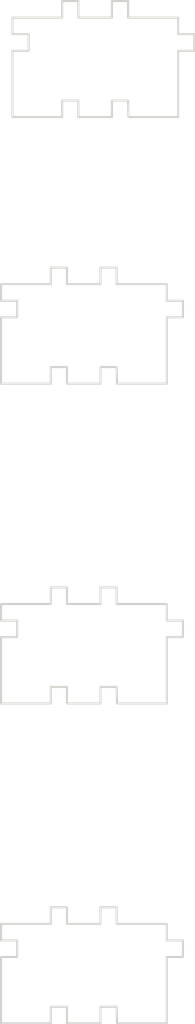
<source format=kicad_pcb>
(kicad_pcb (version 20211014) (generator pcbnew)

  (general
    (thickness 1.6)
  )

  (paper "A4")
  (layers
    (0 "F.Cu" signal)
    (31 "B.Cu" signal)
    (32 "B.Adhes" user "B.Adhesive")
    (33 "F.Adhes" user "F.Adhesive")
    (34 "B.Paste" user)
    (35 "F.Paste" user)
    (36 "B.SilkS" user "B.Silkscreen")
    (37 "F.SilkS" user "F.Silkscreen")
    (38 "B.Mask" user)
    (39 "F.Mask" user)
    (40 "Dwgs.User" user "User.Drawings")
    (41 "Cmts.User" user "User.Comments")
    (42 "Eco1.User" user "User.Eco1")
    (43 "Eco2.User" user "User.Eco2")
    (44 "Edge.Cuts" user)
    (45 "Margin" user)
    (46 "B.CrtYd" user "B.Courtyard")
    (47 "F.CrtYd" user "F.Courtyard")
    (48 "B.Fab" user)
    (49 "F.Fab" user)
    (50 "User.1" user)
    (51 "User.2" user)
    (52 "User.3" user)
    (53 "User.4" user)
    (54 "User.5" user)
    (55 "User.6" user)
    (56 "User.7" user)
    (57 "User.8" user)
    (58 "User.9" user)
  )

  (setup
    (pad_to_mask_clearance 0)
    (pcbplotparams
      (layerselection 0x0001100_7ffffffe)
      (disableapertmacros false)
      (usegerberextensions false)
      (usegerberattributes true)
      (usegerberadvancedattributes true)
      (creategerberjobfile true)
      (svguseinch false)
      (svgprecision 6)
      (excludeedgelayer true)
      (plotframeref false)
      (viasonmask false)
      (mode 1)
      (useauxorigin false)
      (hpglpennumber 1)
      (hpglpenspeed 20)
      (hpglpendiameter 15.000000)
      (dxfpolygonmode true)
      (dxfimperialunits true)
      (dxfusepcbnewfont true)
      (psnegative false)
      (psa4output false)
      (plotreference true)
      (plotvalue true)
      (plotinvisibletext false)
      (sketchpadsonfab false)
      (subtractmaskfromsilk false)
      (outputformat 1)
      (mirror false)
      (drillshape 0)
      (scaleselection 1)
      (outputdirectory "")
    )
  )

  (net 0 "")

  (gr_line (start 38.1 46.85) (end 38.1 46.06) (layer "Edge.Cuts") (width 0.1) (tstamp 03446c35-4f18-4626-b4f8-8c56bbc74178))
  (gr_line (start 32.57 50.01) (end 33.34 50.01) (layer "Edge.Cuts") (width 0.1) (tstamp 042958a2-a171-4625-bed7-dbc0b76b00b5))
  (gr_line (start 30.2 61.3) (end 30.2 62.09) (layer "Edge.Cuts") (width 0.1) (tstamp 048a3f0f-41b4-426f-8419-850d87dae332))
  (gr_line (start 38.645 34.94) (end 39.415 34.94) (layer "Edge.Cuts") (width 0.1) (tstamp 0613d142-dd65-4cee-b98c-50150596745c))
  (gr_line (start 30.745 34.15) (end 31.515 34.15) (layer "Edge.Cuts") (width 0.1) (tstamp 0bf542b8-2c2b-4c8e-becf-153949086df2))
  (gr_line (start 32.57 45.27) (end 32.57 46.06) (layer "Edge.Cuts") (width 0.1) (tstamp 0c6b0f93-8f24-4f3e-9713-9cfcdf4c3216))
  (gr_line (start 38.87 62.09) (end 38.1 62.09) (layer "Edge.Cuts") (width 0.1) (tstamp 139f5296-2b47-4acf-9090-2c4d91a22519))
  (gr_line (start 38.87 77.33) (end 38.1 77.33) (layer "Edge.Cuts") (width 0.1) (tstamp 151686ee-4007-41ed-ba0b-fc21446c6244))
  (gr_line (start 38.1 46.06) (end 35.71 46.06) (layer "Edge.Cuts") (width 0.1) (tstamp 16ced261-b48c-4aed-8bf0-9f00c0c5418b))
  (gr_line (start 30.2 62.88) (end 30.2 66.04) (layer "Edge.Cuts") (width 0.1) (tstamp 1964dd5b-3594-4db9-89fd-f1de84d6adce))
  (gr_line (start 32.57 66.04) (end 32.57 65.25) (layer "Edge.Cuts") (width 0.1) (tstamp 1b1357b5-1df5-4438-811c-1833cbb0a035))
  (gr_line (start 34.94 50.8) (end 34.94 50.01) (layer "Edge.Cuts") (width 0.1) (tstamp 1b3f77f2-47fd-4660-a5eb-cbee31101a50))
  (gr_line (start 33.34 61.3) (end 33.34 60.51) (layer "Edge.Cuts") (width 0.1) (tstamp 20d3fd48-4332-4d5e-a4fb-20ee912307e3))
  (gr_line (start 33.34 81.28) (end 34.94 81.28) (layer "Edge.Cuts") (width 0.1) (tstamp 227d10a9-37e3-476a-83e3-4a7a2c98fd2f))
  (gr_line (start 38.1 76.54) (end 35.71 76.54) (layer "Edge.Cuts") (width 0.1) (tstamp 23c75eb6-ef8b-4c20-a590-39458332a353))
  (gr_line (start 32.57 60.51) (end 32.57 61.3) (layer "Edge.Cuts") (width 0.1) (tstamp 23efbd21-3ab0-420c-8ebc-8cdee5965718))
  (gr_line (start 38.1 47.64) (end 38.87 47.64) (layer "Edge.Cuts") (width 0.1) (tstamp 28269103-6dba-45f2-8099-ecaae25a4f71))
  (gr_line (start 33.34 46.06) (end 33.34 45.27) (layer "Edge.Cuts") (width 0.1) (tstamp 28da6d9c-d119-49bf-95d3-8b68e2b7c32c))
  (gr_line (start 32.57 46.06) (end 30.2 46.06) (layer "Edge.Cuts") (width 0.1) (tstamp 2ad6c183-2a83-43c5-af76-47e0e15a1f3c))
  (gr_line (start 32.57 81.28) (end 32.57 80.49) (layer "Edge.Cuts") (width 0.1) (tstamp 2caaaf41-2b7b-450c-8a8f-8e5a74dfca8c))
  (gr_line (start 38.1 61.3) (end 35.71 61.3) (layer "Edge.Cuts") (width 0.1) (tstamp 2e265f09-28f7-4c4b-b7f1-40aa9002f696))
  (gr_line (start 38.87 47.64) (end 38.87 46.85) (layer "Edge.Cuts") (width 0.1) (tstamp 2facc589-7707-48aa-a5cb-69d8e32a38f2))
  (gr_line (start 38.1 62.09) (end 38.1 61.3) (layer "Edge.Cuts") (width 0.1) (tstamp 322cc6f2-bed1-4332-90c0-877c7127dda6))
  (gr_line (start 33.34 50.8) (end 34.94 50.8) (layer "Edge.Cuts") (width 0.1) (tstamp 354369b2-92b9-48ea-beb0-666514ced9a7))
  (gr_line (start 32.57 75.75) (end 32.57 76.54) (layer "Edge.Cuts") (width 0.1) (tstamp 35ea10e1-6a22-41f5-8855-882df29f558f))
  (gr_line (start 34.94 66.04) (end 34.94 65.25) (layer "Edge.Cuts") (width 0.1) (tstamp 3b773783-4cbc-466b-9072-017907e8a3a4))
  (gr_line (start 38.87 46.85) (end 38.1 46.85) (layer "Edge.Cuts") (width 0.1) (tstamp 3f744c02-654b-4590-943d-c4f8d56af4aa))
  (gr_line (start 30.97 46.85) (end 30.97 47.64) (layer "Edge.Cuts") (width 0.1) (tstamp 403c06cc-d2a8-43da-86fa-29af9473f32f))
  (gr_line (start 39.415 34.94) (end 39.415 34.15) (layer "Edge.Cuts") (width 0.1) (tstamp 41bbf9cd-1b9a-44fa-a746-7799411e7a4e))
  (gr_line (start 34.94 45.27) (end 34.94 46.06) (layer "Edge.Cuts") (width 0.1) (tstamp 41f8391c-06c0-4117-96fa-de453a29156a))
  (gr_line (start 30.97 62.09) (end 30.97 62.88) (layer "Edge.Cuts") (width 0.1) (tstamp 428b71bb-e42a-4702-8b70-8c3bcd5f4eca))
  (gr_line (start 30.2 77.33) (end 30.97 77.33) (layer "Edge.Cuts") (width 0.1) (tstamp 48921f1a-7f0a-4392-b07d-1c31239336c6))
  (gr_line (start 34.94 65.25) (end 35.71 65.25) (layer "Edge.Cuts") (width 0.1) (tstamp 4b87a552-4d17-472a-9521-842669fc02de))
  (gr_line (start 35.71 80.49) (end 35.73 81.28) (layer "Edge.Cuts") (width 0.1) (tstamp 506ee34f-98b5-4bf5-93cb-fca4c0537d1d))
  (gr_line (start 35.485 32.57) (end 35.485 33.36) (layer "Edge.Cuts") (width 0.1) (tstamp 51507ecd-96d2-4369-bd69-5b0c68ed9fab))
  (gr_line (start 35.73 66.04) (end 38.1 66.04) (layer "Edge.Cuts") (width 0.1) (tstamp 51b59c7c-cbbe-4f85-84d9-4bd070b10b02))
  (gr_line (start 38.1 78.12) (end 38.87 78.12) (layer "Edge.Cuts") (width 0.1) (tstamp 538b8ab7-bfa4-48e5-bb53-5c7e4f6650a2))
  (gr_line (start 32.57 80.49) (end 33.34 80.49) (layer "Edge.Cuts") (width 0.1) (tstamp 55e0dd35-44c8-4de6-af12-39f1bc41e774))
  (gr_line (start 30.2 47.64) (end 30.2 50.8) (layer "Edge.Cuts") (width 0.1) (tstamp 5776bc2d-f447-4021-8a68-48409e44c6a5))
  (gr_line (start 33.115 38.1) (end 33.115 37.31) (layer "Edge.Cuts") (width 0.1) (tstamp 59e5347e-b0aa-4cef-aa7c-6b24dd596b5d))
  (gr_line (start 35.485 38.1) (end 35.485 37.31) (layer "Edge.Cuts") (width 0.1) (tstamp 5cc16203-8f44-4407-8b80-cf75ed09e192))
  (gr_line (start 38.645 38.1) (end 38.645 34.94) (layer "Edge.Cuts") (width 0.1) (tstamp 603e19c8-3188-4692-a9df-3289c460cc52))
  (gr_line (start 34.94 60.51) (end 34.94 61.3) (layer "Edge.Cuts") (width 0.1) (tstamp 63cfa055-1a37-4488-a350-d421ddec3a2c))
  (gr_line (start 34.94 80.49) (end 35.71 80.49) (layer "Edge.Cuts") (width 0.1) (tstamp 68055a44-360e-4c4e-b181-2d3e2bf8a258))
  (gr_line (start 34.94 76.54) (end 33.34 76.54) (layer "Edge.Cuts") (width 0.1) (tstamp 6c2114ef-5c21-453a-95f4-e6d257e6d37e))
  (gr_line (start 33.34 50.01) (end 33.34 50.8) (layer "Edge.Cuts") (width 0.1) (tstamp 6c7e5e9b-3bc9-43ac-aaa3-185ac69c9d3c))
  (gr_line (start 30.97 47.64) (end 30.2 47.64) (layer "Edge.Cuts") (width 0.1) (tstamp 6d12a653-04f4-44ac-a36f-74b7ebd6a368))
  (gr_line (start 30.2 62.09) (end 30.97 62.09) (layer "Edge.Cuts") (width 0.1) (tstamp 6e5f8d15-fdd0-4f2c-acab-98bd1e238603))
  (gr_line (start 36.255 33.36) (end 36.255 32.57) (layer "Edge.Cuts") (width 0.1) (tstamp 6eb66ff9-cb29-4e18-87e5-7aa1d21f341c))
  (gr_line (start 33.885 32.57) (end 33.115 32.57) (layer "Edge.Cuts") (width 0.1) (tstamp 71044d3f-494d-476b-9938-4f866873c5fb))
  (gr_line (start 35.73 50.8) (end 38.1 50.8) (layer "Edge.Cuts") (width 0.1) (tstamp 718c5c0c-3a1c-47ac-9a0d-65270ac5169c))
  (gr_line (start 30.2 46.85) (end 30.97 46.85) (layer "Edge.Cuts") (width 0.1) (tstamp 71c71c75-f025-4a7a-8cb1-74456d4fd920))
  (gr_line (start 38.1 66.04) (end 38.1 62.88) (layer "Edge.Cuts") (width 0.1) (tstamp 734618e1-c416-4c9c-bb1e-5115ef7f147c))
  (gr_line (start 35.71 61.3) (end 35.71 60.51) (layer "Edge.Cuts") (width 0.1) (tstamp 74aab530-175a-4365-87ee-0e3fbf9211c6))
  (gr_line (start 35.73 81.28) (end 38.1 81.28) (layer "Edge.Cuts") (width 0.1) (tstamp 75e3dbe2-f762-4edc-9fd1-29a304e88593))
  (gr_line (start 32.57 61.3) (end 30.2 61.3) (layer "Edge.Cuts") (width 0.1) (tstamp 7623af94-3c83-4a33-9fcd-7c06597f3b7a))
  (gr_line (start 33.34 60.51) (end 32.57 60.51) (layer "Edge.Cuts") (width 0.1) (tstamp 78b2dd47-9de6-42d0-a0e6-1d25f355ae0c))
  (gr_line (start 30.745 34.94) (end 30.745 38.1) (layer "Edge.Cuts") (width 0.1) (tstamp 78ee12a0-3ca5-463a-8510-a551a489cb16))
  (gr_line (start 33.885 37.31) (end 33.885 38.1) (layer "Edge.Cuts") (width 0.1) (tstamp 7bfbb414-e4d1-4ede-a950-6c0fe8ad08f3))
  (gr_line (start 35.71 50.01) (end 35.73 50.8) (layer "Edge.Cuts") (width 0.1) (tstamp 7d2e20c5-d222-4603-b8cc-355d1183d42d))
  (gr_line (start 35.71 60.51) (end 34.94 60.51) (layer "Edge.Cuts") (width 0.1) (tstamp 859c69af-c9f6-47f7-ad16-681fae82ec5a))
  (gr_line (start 33.885 33.36) (end 33.885 32.57) (layer "Edge.Cuts") (width 0.1) (tstamp 8824a25a-5238-43c5-9f3e-0ca592eb05e1))
  (gr_line (start 33.34 65.25) (end 33.34 66.04) (layer "Edge.Cuts") (width 0.1) (tstamp 88b6524d-bf48-4d66-b651-4643a32ac3b0))
  (gr_line (start 30.745 38.1) (end 33.115 38.1) (layer "Edge.Cuts") (width 0.1) (tstamp 8a70cc0a-5ed6-4f7f-bd32-03012be0fb6e))
  (gr_line (start 33.34 66.04) (end 34.94 66.04) (layer "Edge.Cuts") (width 0.1) (tstamp 8b68e6ae-a97b-4a7f-b7c2-7c79757f3518))
  (gr_line (start 36.255 32.57) (end 35.485 32.57) (layer "Edge.Cuts") (width 0.1) (tstamp 8bc8dd97-4bdf-461f-b12f-c8d32da0ccf8))
  (gr_line (start 34.94 75.75) (end 34.94 76.54) (layer "Edge.Cuts") (width 0.1) (tstamp 8ca8b5e4-44ee-47f1-ba23-5b3da30b7409))
  (gr_line (start 33.115 32.57) (end 33.115 33.36) (layer "Edge.Cuts") (width 0.1) (tstamp 8ec1a042-2263-4161-97d4-d19462f251a3))
  (gr_line (start 35.485 33.36) (end 33.885 33.36) (layer "Edge.Cuts") (width 0.1) (tstamp 9306b9da-3c3b-4d3a-a6d1-5b83943e73d2))
  (gr_line (start 35.71 45.27) (end 34.94 45.27) (layer "Edge.Cuts") (width 0.1) (tstamp 984c1831-3d80-4035-a11b-7bc5514a5275))
  (gr_line (start 30.97 77.33) (end 30.97 78.12) (layer "Edge.Cuts") (width 0.1) (tstamp 9953fa37-144b-49eb-b4ca-e043e35f9b6d))
  (gr_line (start 38.87 78.12) (end 38.87 77.33) (layer "Edge.Cuts") (width 0.1) (tstamp 9c9462eb-644e-4aa0-9918-03721910b3bc))
  (gr_line (start 30.97 78.12) (end 30.2 78.12) (layer "Edge.Cuts") (width 0.1) (tstamp 9d74c1ae-7034-41df-a8dc-e58810dc1f6d))
  (gr_line (start 38.1 81.28) (end 38.1 78.12) (layer "Edge.Cuts") (width 0.1) (tstamp 9e308565-a299-4cc1-90e9-138d2a766232))
  (gr_line (start 38.1 50.8) (end 38.1 47.64) (layer "Edge.Cuts") (width 0.1) (tstamp 9fe7be11-bb08-4269-843c-c9fff7e58d0f))
  (gr_line (start 30.2 78.12) (end 30.2 81.28) (layer "Edge.Cuts") (width 0.1) (tstamp a0024a06-6a0e-4303-84a5-c3f6ae21b441))
  (gr_line (start 30.2 66.04) (end 32.57 66.04) (layer "Edge.Cuts") (width 0.1) (tstamp a0beece2-9833-4f1e-8faf-755ce207244b))
  (gr_line (start 35.71 76.54) (end 35.71 75.75) (layer "Edge.Cuts") (width 0.1) (tstamp a0e2e5fc-62a8-443e-9a8b-c04ca6ab6e3e))
  (gr_line (start 34.94 46.06) (end 33.34 46.06) (layer "Edge.Cuts") (width 0.1) (tstamp a293bd2b-13c3-480e-9c13-d3fde987a2fd))
  (gr_line (start 33.115 37.31) (end 33.885 37.31) (layer "Edge.Cuts") (width 0.1) (tstamp a9205ed6-5ee0-4817-9000-ee96c5d10a11))
  (gr_line (start 34.94 50.01) (end 35.71 50.01) (layer "Edge.Cuts") (width 0.1) (tstamp a9d81aba-1b1b-4b72-960d-945f72616fb9))
  (gr_line (start 38.87 62.88) (end 38.87 62.09) (layer "Edge.Cuts") (width 0.1) (tstamp abaf0c96-2d0e-45dc-bc92-e937f87ee30b))
  (gr_line (start 36.255 37.31) (end 36.275 38.1) (layer "Edge.Cuts") (width 0.1) (tstamp add3fd70-d663-43bd-910d-5a519fee9505))
  (gr_line (start 30.2 46.06) (end 30.2 46.85) (layer "Edge.Cuts") (width 0.1) (tstamp ae3ae62c-9982-4efa-8258-32878ab0c251))
  (gr_line (start 31.515 34.94) (end 30.745 34.94) (layer "Edge.Cuts") (width 0.1) (tstamp afae508d-feb4-4851-91ee-beb3f9473e3d))
  (gr_line (start 35.71 75.75) (end 34.94 75.75) (layer "Edge.Cuts") (width 0.1) (tstamp b099e7eb-7fee-4bfa-af0f-5b2061a31ada))
  (gr_line (start 33.885 38.1) (end 35.485 38.1) (layer "Edge.Cuts") (width 0.1) (tstamp b16a27ba-bb69-43c0-9147-db5b94d31f1f))
  (gr_line (start 34.94 61.3) (end 33.34 61.3) (layer "Edge.Cuts") (width 0.1) (tstamp b493e76d-01b7-4fdd-825b-2e9933352ebd))
  (gr_line (start 38.1 77.33) (end 38.1 76.54) (layer "Edge.Cuts") (width 0.1) (tstamp b821ed1b-9d01-4f9e-b0b0-7ce2f2f40116))
  (gr_line (start 33.34 75.75) (end 32.57 75.75) (layer "Edge.Cuts") (width 0.1) (tstamp bbb1292a-68d3-4097-b8e5-f76b0ac8ada8))
  (gr_line (start 38.1 62.88) (end 38.87 62.88) (layer "Edge.Cuts") (width 0.1) (tstamp bbe3f448-a9c0-4ef2-8d6c-0aae365de70b))
  (gr_line (start 35.71 65.25) (end 35.73 66.04) (layer "Edge.Cuts") (width 0.1) (tstamp bfd5e8ce-6d3b-4cda-b518-a541085a5ef6))
  (gr_line (start 30.2 76.54) (end 30.2 77.33) (layer "Edge.Cuts") (width 0.1) (tstamp c5e4d93a-d900-4b57-9c5d-e13b0c3bf77f))
  (gr_line (start 33.34 76.54) (end 33.34 75.75) (layer "Edge.Cuts") (width 0.1) (tstamp c76fef39-a74e-4edb-8748-9523db5ba9ae))
  (gr_line (start 32.57 76.54) (end 30.2 76.54) (layer "Edge.Cuts") (width 0.1) (tstamp c7e2063e-88a5-41ac-a4b6-ad292edb5ad4))
  (gr_line (start 38.645 33.36) (end 36.255 33.36) (layer "Edge.Cuts") (width 0.1) (tstamp c8ca8902-3e56-4966-b6f4-8abbfd8d8c30))
  (gr_line (start 35.485 37.31) (end 36.255 37.31) (layer "Edge.Cuts") (width 0.1) (tstamp cbb88588-9e76-466b-b18e-3ccac4110c00))
  (gr_line (start 30.2 81.28) (end 32.57 81.28) (layer "Edge.Cuts") (width 0.1) (tstamp cbe9a3f2-8aac-44ca-bbb3-592e5d9a09c3))
  (gr_line (start 30.2 50.8) (end 32.57 50.8) (layer "Edge.Cuts") (width 0.1) (tstamp d2bec8c5-d8c3-4739-a1f2-78ac10b90879))
  (gr_line (start 32.57 50.8) (end 32.57 50.01) (layer "Edge.Cuts") (width 0.1) (tstamp d39f9d65-076d-4591-aeac-e87ee42d53db))
  (gr_line (start 36.275 38.1) (end 38.645 38.1) (layer "Edge.Cuts") (width 0.1) (tstamp d479e916-186b-48e6-a488-1f35ad160a73))
  (gr_line (start 39.415 34.15) (end 38.645 34.15) (layer "Edge.Cuts") (width 0.1) (tstamp d75d4089-2375-4663-9f31-0e41f67ce659))
  (gr_line (start 38.645 34.15) (end 38.645 33.36) (layer "Edge.Cuts") (width 0.1) (tstamp dc1fef48-2cd2-4eab-9768-092199cf6c54))
  (gr_line (start 30.97 62.88) (end 30.2 62.88) (layer "Edge.Cuts") (width 0.1) (tstamp e4931a7f-e6b3-450b-9013-75be241b9320))
  (gr_line (start 35.71 46.06) (end 35.71 45.27) (layer "Edge.Cuts") (width 0.1) (tstamp eaa28850-2017-47f3-985c-85fac2c2a831))
  (gr_line (start 33.34 45.27) (end 32.57 45.27) (layer "Edge.Cuts") (width 0.1) (tstamp eaf455a8-18ec-4c75-9d2f-c2e14220fbb9))
  (gr_line (start 32.57 65.25) (end 33.34 65.25) (layer "Edge.Cuts") (width 0.1) (tstamp ed4dece4-bd18-44c2-b412-63145955fa2d))
  (gr_line (start 33.115 33.36) (end 30.745 33.36) (layer "Edge.Cuts") (width 0.1) (tstamp eec5b23d-d266-4e79-82bc-b5429a846cb4))
  (gr_line (start 34.94 81.28) (end 34.94 80.49) (layer "Edge.Cuts") (width 0.1) (tstamp ef203665-fb91-4af8-a9a0-751526d69421))
  (gr_line (start 31.515 34.15) (end 31.515 34.94) (layer "Edge.Cuts") (width 0.1) (tstamp f170ab8e-d6b0-43c4-8cf7-44dceb4b5ecd))
  (gr_line (start 33.34 80.49) (end 33.34 81.28) (layer "Edge.Cuts") (width 0.1) (tstamp f20c3623-0959-4123-8f40-99366bf90bdd))
  (gr_line (start 30.745 33.36) (end 30.745 34.15) (layer "Edge.Cuts") (width 0.1) (tstamp f3b32712-743a-4189-8aa5-635e53a8df54))

  (group "" (id 0bc6a425-05f9-490b-8e1a-9f4bc2aa95a2)
    (members
      151686ee-4007-41ed-ba0b-fc21446c6244
      227d10a9-37e3-476a-83e3-4a7a2c98fd2f
      23c75eb6-ef8b-4c20-a590-39458332a353
      2caaaf41-2b7b-450c-8a8f-8e5a74dfca8c
      35ea10e1-6a22-41f5-8855-882df29f558f
      48921f1a-7f0a-4392-b07d-1c31239336c6
      506ee34f-98b5-4bf5-93cb-fca4c0537d1d
      538b8ab7-bfa4-48e5-bb53-5c7e4f6650a2
      55e0dd35-44c8-4de6-af12-39f1bc41e774
      68055a44-360e-4c4e-b181-2d3e2bf8a258
      6c2114ef-5c21-453a-95f4-e6d257e6d37e
      75e3dbe2-f762-4edc-9fd1-29a304e88593
      8ca8b5e4-44ee-47f1-ba23-5b3da30b7409
      9953fa37-144b-49eb-b4ca-e043e35f9b6d
      9c9462eb-644e-4aa0-9918-03721910b3bc
      9d74c1ae-7034-41df-a8dc-e58810dc1f6d
      9e308565-a299-4cc1-90e9-138d2a766232
      a0024a06-6a0e-4303-84a5-c3f6ae21b441
      a0e2e5fc-62a8-443e-9a8b-c04ca6ab6e3e
      b099e7eb-7fee-4bfa-af0f-5b2061a31ada
      b821ed1b-9d01-4f9e-b0b0-7ce2f2f40116
      bbb1292a-68d3-4097-b8e5-f76b0ac8ada8
      c5e4d93a-d900-4b57-9c5d-e13b0c3bf77f
      c76fef39-a74e-4edb-8748-9523db5ba9ae
      c7e2063e-88a5-41ac-a4b6-ad292edb5ad4
      cbe9a3f2-8aac-44ca-bbb3-592e5d9a09c3
      ef203665-fb91-4af8-a9a0-751526d69421
      f20c3623-0959-4123-8f40-99366bf90bdd
    )
  )
  (group "" (id 9e7bdf58-c321-4b4c-955d-5ed5741b0bd4)
    (members
      048a3f0f-41b4-426f-8419-850d87dae332
      139f5296-2b47-4acf-9090-2c4d91a22519
      1964dd5b-3594-4db9-89fd-f1de84d6adce
      1b1357b5-1df5-4438-811c-1833cbb0a035
      20d3fd48-4332-4d5e-a4fb-20ee912307e3
      23efbd21-3ab0-420c-8ebc-8cdee5965718
      2e265f09-28f7-4c4b-b7f1-40aa9002f696
      322cc6f2-bed1-4332-90c0-877c7127dda6
      3b773783-4cbc-466b-9072-017907e8a3a4
      428b71bb-e42a-4702-8b70-8c3bcd5f4eca
      4b87a552-4d17-472a-9521-842669fc02de
      51b59c7c-cbbe-4f85-84d9-4bd070b10b02
      63cfa055-1a37-4488-a350-d421ddec3a2c
      6e5f8d15-fdd0-4f2c-acab-98bd1e238603
      734618e1-c416-4c9c-bb1e-5115ef7f147c
      74aab530-175a-4365-87ee-0e3fbf9211c6
      7623af94-3c83-4a33-9fcd-7c06597f3b7a
      78b2dd47-9de6-42d0-a0e6-1d25f355ae0c
      859c69af-c9f6-47f7-ad16-681fae82ec5a
      88b6524d-bf48-4d66-b651-4643a32ac3b0
      8b68e6ae-a97b-4a7f-b7c2-7c79757f3518
      a0beece2-9833-4f1e-8faf-755ce207244b
      abaf0c96-2d0e-45dc-bc92-e937f87ee30b
      b493e76d-01b7-4fdd-825b-2e9933352ebd
      bbe3f448-a9c0-4ef2-8d6c-0aae365de70b
      bfd5e8ce-6d3b-4cda-b518-a541085a5ef6
      e4931a7f-e6b3-450b-9013-75be241b9320
      ed4dece4-bd18-44c2-b412-63145955fa2d
    )
  )
  (group "" (id bd7700dd-0015-403f-868a-8b6e30ea194f)
    (members
      03446c35-4f18-4626-b4f8-8c56bbc74178
      042958a2-a171-4625-bed7-dbc0b76b00b5
      0c6b0f93-8f24-4f3e-9713-9cfcdf4c3216
      16ced261-b48c-4aed-8bf0-9f00c0c5418b
      1b3f77f2-47fd-4660-a5eb-cbee31101a50
      28269103-6dba-45f2-8099-ecaae25a4f71
      28da6d9c-d119-49bf-95d3-8b68e2b7c32c
      2ad6c183-2a83-43c5-af76-47e0e15a1f3c
      2facc589-7707-48aa-a5cb-69d8e32a38f2
      354369b2-92b9-48ea-beb0-666514ced9a7
      3f744c02-654b-4590-943d-c4f8d56af4aa
      403c06cc-d2a8-43da-86fa-29af9473f32f
      41f8391c-06c0-4117-96fa-de453a29156a
      5776bc2d-f447-4021-8a68-48409e44c6a5
      6c7e5e9b-3bc9-43ac-aaa3-185ac69c9d3c
      6d12a653-04f4-44ac-a36f-74b7ebd6a368
      718c5c0c-3a1c-47ac-9a0d-65270ac5169c
      71c71c75-f025-4a7a-8cb1-74456d4fd920
      7d2e20c5-d222-4603-b8cc-355d1183d42d
      984c1831-3d80-4035-a11b-7bc5514a5275
      9fe7be11-bb08-4269-843c-c9fff7e58d0f
      a293bd2b-13c3-480e-9c13-d3fde987a2fd
      a9d81aba-1b1b-4b72-960d-945f72616fb9
      ae3ae62c-9982-4efa-8258-32878ab0c251
      d2bec8c5-d8c3-4739-a1f2-78ac10b90879
      d39f9d65-076d-4591-aeac-e87ee42d53db
      eaa28850-2017-47f3-985c-85fac2c2a831
      eaf455a8-18ec-4c75-9d2f-c2e14220fbb9
    )
  )
  (group "" (id df50acb0-346e-48ba-940b-5385752cd34d)
    (members
      0613d142-dd65-4cee-b98c-50150596745c
      0bf542b8-2c2b-4c8e-becf-153949086df2
      41bbf9cd-1b9a-44fa-a746-7799411e7a4e
      51507ecd-96d2-4369-bd69-5b0c68ed9fab
      59e5347e-b0aa-4cef-aa7c-6b24dd596b5d
      5cc16203-8f44-4407-8b80-cf75ed09e192
      603e19c8-3188-4692-a9df-3289c460cc52
      6eb66ff9-cb29-4e18-87e5-7aa1d21f341c
      71044d3f-494d-476b-9938-4f866873c5fb
      78ee12a0-3ca5-463a-8510-a551a489cb16
      7bfbb414-e4d1-4ede-a950-6c0fe8ad08f3
      8824a25a-5238-43c5-9f3e-0ca592eb05e1
      8a70cc0a-5ed6-4f7f-bd32-03012be0fb6e
      8bc8dd97-4bdf-461f-b12f-c8d32da0ccf8
      8ec1a042-2263-4161-97d4-d19462f251a3
      9306b9da-3c3b-4d3a-a6d1-5b83943e73d2
      a9205ed6-5ee0-4817-9000-ee96c5d10a11
      add3fd70-d663-43bd-910d-5a519fee9505
      afae508d-feb4-4851-91ee-beb3f9473e3d
      b16a27ba-bb69-43c0-9147-db5b94d31f1f
      c8ca8902-3e56-4966-b6f4-8abbfd8d8c30
      cbb88588-9e76-466b-b18e-3ccac4110c00
      d479e916-186b-48e6-a488-1f35ad160a73
      d75d4089-2375-4663-9f31-0e41f67ce659
      dc1fef48-2cd2-4eab-9768-092199cf6c54
      eec5b23d-d266-4e79-82bc-b5429a846cb4
      f170ab8e-d6b0-43c4-8cf7-44dceb4b5ecd
      f3b32712-743a-4189-8aa5-635e53a8df54
    )
  )
)

</source>
